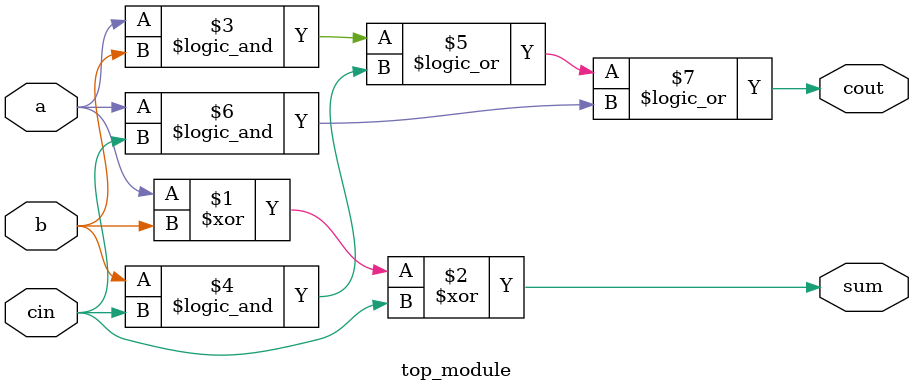
<source format=v>
module top_module( 
    input a, b, cin,
    output cout, sum );
	
    assign sum = a^b^cin;
    assign cout = (a&&b) || (b&&cin) || (a&&cin);
endmodule

</source>
